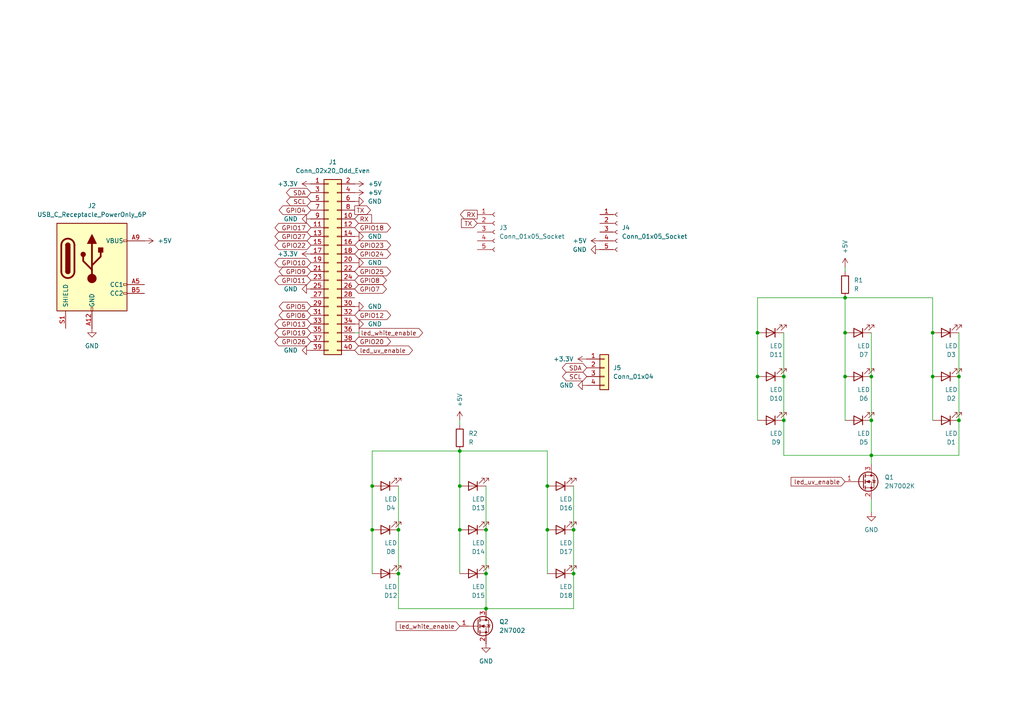
<source format=kicad_sch>
(kicad_sch (version 20231120) (generator "eeschema") (generator_version "8.0")
  (paper "A4")
  (lib_symbols
    (symbol "Connector:Conn_01x05_Socket" (pin_names (offset 1.016) hide)
      (property "Reference" "J" (at 0 7.62 0))
      (property "Value" "Conn_01x05_Socket" (at 0 -7.62 0))
      (symbol "Conn_01x05_Socket_1_1"
        (arc (start 0 -4.572) (mid -0.5058 -5.08) (end 0 -5.588) (stroke (width 0.1524)))
        (arc (start 0 -2.032) (mid -0.5058 -2.54) (end 0 -3.048) (stroke (width 0.1524)))
        (polyline (pts (xy -1.27 -5.08) (xy -0.508 -5.08)) (stroke (width 0.1524)))
        (polyline (pts (xy -1.27 -2.54) (xy -0.508 -2.54)) (stroke (width 0.1524)))
        (polyline (pts (xy -1.27 0) (xy -0.508 0)) (stroke (width 0.1524)))
        (polyline (pts (xy -1.27 2.54) (xy -0.508 2.54)) (stroke (width 0.1524)))
        (polyline (pts (xy -1.27 5.08) (xy -0.508 5.08)) (stroke (width 0.1524)))
        (arc (start 0 0.508) (mid -0.5058 0) (end 0 -0.508) (stroke (width 0.1524)))
        (arc (start 0 3.048) (mid -0.5058 2.54) (end 0 2.032) (stroke (width 0.1524)))
        (arc (start 0 5.588) (mid -0.5058 5.08) (end 0 4.572) (stroke (width 0.1524)))
        (pin passive line (at -5.08 5.08 0) (length 3.81) (name "Pin_1") (number "1"))
        (pin passive line (at -5.08 2.54 0) (length 3.81) (name "Pin_2") (number "2"))
        (pin passive line (at -5.08 0 0) (length 3.81) (name "Pin_3") (number "3"))
        (pin passive line (at -5.08 -2.54 0) (length 3.81) (name "Pin_4") (number "4"))
        (pin passive line (at -5.08 -5.08 0) (length 3.81) (name "Pin_5") (number "5"))
      )
    )
    (symbol "Connector:USB_C_Receptacle_PowerOnly_6P" (pin_names (offset 1.016))
      (property "Reference" "J" (at 0 16.51 0))
      (property "Value" "USB_C_Receptacle_PowerOnly_6P" (at 0 13.97 0))
      (symbol "USB_C_Receptacle_PowerOnly_6P_0_0"
        (rectangle (start -0.254 -12.7) (end 0.254 -11.684))
        (rectangle (start 10.16 -7.366) (end 9.144 -7.874))
        (rectangle (start 10.16 -4.826) (end 9.144 -5.334))
        (rectangle (start 10.16 7.874) (end 9.144 7.366))
      )
      (symbol "USB_C_Receptacle_PowerOnly_6P_0_1"
        (rectangle (start -10.16 12.7) (end 10.16 -12.7) (stroke (width 0.254)) (fill (type background)))
        (arc (start -8.89 -1.27) (mid -6.985 -3.1667) (end -5.08 -1.27) (stroke (width 0.508)))
        (arc (start -7.62 -1.27) (mid -6.985 -1.9023) (end -6.35 -1.27) (stroke (width 0.254)))
        (arc (start -7.62 -1.27) (mid -6.985 -1.9023) (end -6.35 -1.27) (stroke (width 0.254)) (fill (type outline)))
        (rectangle (start -7.62 -1.27) (end -6.35 6.35) (stroke (width 0.254)) (fill (type outline)))
        (arc (start -6.35 6.35) (mid -6.985 6.9823) (end -7.62 6.35) (stroke (width 0.254)))
        (arc (start -6.35 6.35) (mid -6.985 6.9823) (end -7.62 6.35) (stroke (width 0.254)) (fill (type outline)))
        (arc (start -5.08 6.35) (mid -6.985 8.2467) (end -8.89 6.35) (stroke (width 0.508)))
        (circle (center -2.54 3.683) (radius 0.635) (stroke (width 0.254)) (fill (type outline)))
        (circle (center 0 -3.302) (radius 1.27) (fill (type outline)))
        (polyline (pts (xy -8.89 -1.27) (xy -8.89 6.35)) (stroke (width 0.508)))
        (polyline (pts (xy -5.08 6.35) (xy -5.08 -1.27)) (stroke (width 0.508)))
        (polyline (pts (xy 0 -3.302) (xy 0 6.858)) (stroke (width 0.508)))
        (polyline (pts (xy 0 -0.762) (xy -2.54 1.778) (xy -2.54 3.048)) (stroke (width 0.508)))
        (polyline (pts (xy 0 0.508) (xy 2.54 3.048) (xy 2.54 4.318)) (stroke (width 0.508)))
        (polyline (pts (xy -1.27 6.858) (xy 0 9.398) (xy 1.27 6.858) (xy -1.27 6.858)) (stroke (width 0.254)) (fill (type outline)))
        (rectangle (start 1.905 4.318) (end 3.175 5.588) (stroke (width 0.254)) (fill (type outline)))
      )
      (symbol "USB_C_Receptacle_PowerOnly_6P_1_1"
        (pin passive line (at 0 -17.78 90) (length 5.08) (name "GND") (number "A12"))
        (pin bidirectional line (at 15.24 -5.08 180) (length 5.08) (name "CC1") (number "A5"))
        (pin passive line (at 15.24 7.62 180) (length 5.08) (name "VBUS") (number "A9"))
        (pin passive line (at 0 -17.78 90) (length 5.08) hide (name "GND") (number "B12"))
        (pin bidirectional line (at 15.24 -7.62 180) (length 5.08) (name "CC2") (number "B5"))
        (pin passive line (at 15.24 7.62 180) (length 5.08) hide (name "VBUS") (number "B9"))
        (pin passive line (at -7.62 -17.78 90) (length 5.08) (name "SHIELD") (number "S1"))
      )
    )
    (symbol "Connector_Generic:Conn_01x04" (pin_names (offset 1.016) hide)
      (property "Reference" "J" (at 0 5.08 0))
      (property "Value" "Conn_01x04" (at 0 -7.62 0))
      (symbol "Conn_01x04_1_1"
        (rectangle (start -1.27 -4.953) (end 0 -5.207) (stroke (width 0.1524)))
        (rectangle (start -1.27 -2.413) (end 0 -2.667) (stroke (width 0.1524)))
        (rectangle (start -1.27 0.127) (end 0 -0.127) (stroke (width 0.1524)))
        (rectangle (start -1.27 2.667) (end 0 2.413) (stroke (width 0.1524)))
        (rectangle (start -1.27 3.81) (end 1.27 -6.35) (stroke (width 0.254)) (fill (type background)))
        (pin passive line (at -5.08 2.54 0) (length 3.81) (name "Pin_1") (number "1"))
        (pin passive line (at -5.08 0 0) (length 3.81) (name "Pin_2") (number "2"))
        (pin passive line (at -5.08 -2.54 0) (length 3.81) (name "Pin_3") (number "3"))
        (pin passive line (at -5.08 -5.08 0) (length 3.81) (name "Pin_4") (number "4"))
      )
    )
    (symbol "Connector_Generic:Conn_02x20_Odd_Even" (pin_names (offset 1.016) hide)
      (property "Reference" "J" (at 1.27 25.4 0))
      (property "Value" "Conn_02x20_Odd_Even" (at 1.27 -27.94 0))
      (symbol "Conn_02x20_Odd_Even_1_1"
        (rectangle (start -1.27 -25.273) (end 0 -25.527) (stroke (width 0.1524)))
        (rectangle (start -1.27 -22.733) (end 0 -22.987) (stroke (width 0.1524)))
        (rectangle (start -1.27 -20.193) (end 0 -20.447) (stroke (width 0.1524)))
        (rectangle (start -1.27 -17.653) (end 0 -17.907) (stroke (width 0.1524)))
        (rectangle (start -1.27 -15.113) (end 0 -15.367) (stroke (width 0.1524)))
        (rectangle (start -1.27 -12.573) (end 0 -12.827) (stroke (width 0.1524)))
        (rectangle (start -1.27 -10.033) (end 0 -10.287) (stroke (width 0.1524)))
        (rectangle (start -1.27 -7.493) (end 0 -7.747) (stroke (width 0.1524)))
        (rectangle (start -1.27 -4.953) (end 0 -5.207) (stroke (width 0.1524)))
        (rectangle (start -1.27 -2.413) (end 0 -2.667) (stroke (width 0.1524)))
        (rectangle (start -1.27 0.127) (end 0 -0.127) (stroke (width 0.1524)))
        (rectangle (start -1.27 2.667) (end 0 2.413) (stroke (width 0.1524)))
        (rectangle (start -1.27 5.207) (end 0 4.953) (stroke (width 0.1524)))
        (rectangle (start -1.27 7.747) (end 0 7.493) (stroke (width 0.1524)))
        (rectangle (start -1.27 10.287) (end 0 10.033) (stroke (width 0.1524)))
        (rectangle (start -1.27 12.827) (end 0 12.573) (stroke (width 0.1524)))
        (rectangle (start -1.27 15.367) (end 0 15.113) (stroke (width 0.1524)))
        (rectangle (start -1.27 17.907) (end 0 17.653) (stroke (width 0.1524)))
        (rectangle (start -1.27 20.447) (end 0 20.193) (stroke (width 0.1524)))
        (rectangle (start -1.27 22.987) (end 0 22.733) (stroke (width 0.1524)))
        (rectangle (start -1.27 24.13) (end 3.81 -26.67) (stroke (width 0.254)) (fill (type background)))
        (rectangle (start 3.81 -25.273) (end 2.54 -25.527) (stroke (width 0.1524)))
        (rectangle (start 3.81 -22.733) (end 2.54 -22.987) (stroke (width 0.1524)))
        (rectangle (start 3.81 -20.193) (end 2.54 -20.447) (stroke (width 0.1524)))
        (rectangle (start 3.81 -17.653) (end 2.54 -17.907) (stroke (width 0.1524)))
        (rectangle (start 3.81 -15.113) (end 2.54 -15.367) (stroke (width 0.1524)))
        (rectangle (start 3.81 -12.573) (end 2.54 -12.827) (stroke (width 0.1524)))
        (rectangle (start 3.81 -10.033) (end 2.54 -10.287) (stroke (width 0.1524)))
        (rectangle (start 3.81 -7.493) (end 2.54 -7.747) (stroke (width 0.1524)))
        (rectangle (start 3.81 -4.953) (end 2.54 -5.207) (stroke (width 0.1524)))
        (rectangle (start 3.81 -2.413) (end 2.54 -2.667) (stroke (width 0.1524)))
        (rectangle (start 3.81 0.127) (end 2.54 -0.127) (stroke (width 0.1524)))
        (rectangle (start 3.81 2.667) (end 2.54 2.413) (stroke (width 0.1524)))
        (rectangle (start 3.81 5.207) (end 2.54 4.953) (stroke (width 0.1524)))
        (rectangle (start 3.81 7.747) (end 2.54 7.493) (stroke (width 0.1524)))
        (rectangle (start 3.81 10.287) (end 2.54 10.033) (stroke (width 0.1524)))
        (rectangle (start 3.81 12.827) (end 2.54 12.573) (stroke (width 0.1524)))
        (rectangle (start 3.81 15.367) (end 2.54 15.113) (stroke (width 0.1524)))
        (rectangle (start 3.81 17.907) (end 2.54 17.653) (stroke (width 0.1524)))
        (rectangle (start 3.81 20.447) (end 2.54 20.193) (stroke (width 0.1524)))
        (rectangle (start 3.81 22.987) (end 2.54 22.733) (stroke (width 0.1524)))
        (pin passive line (at -5.08 22.86 0) (length 3.81) (name "Pin_1") (number "1"))
        (pin passive line (at 7.62 12.7 180) (length 3.81) (name "Pin_10") (number "10"))
        (pin passive line (at -5.08 10.16 0) (length 3.81) (name "Pin_11") (number "11"))
        (pin passive line (at 7.62 10.16 180) (length 3.81) (name "Pin_12") (number "12"))
        (pin passive line (at -5.08 7.62 0) (length 3.81) (name "Pin_13") (number "13"))
        (pin passive line (at 7.62 7.62 180) (length 3.81) (name "Pin_14") (number "14"))
        (pin passive line (at -5.08 5.08 0) (length 3.81) (name "Pin_15") (number "15"))
        (pin passive line (at 7.62 5.08 180) (length 3.81) (name "Pin_16") (number "16"))
        (pin passive line (at -5.08 2.54 0) (length 3.81) (name "Pin_17") (number "17"))
        (pin passive line (at 7.62 2.54 180) (length 3.81) (name "Pin_18") (number "18"))
        (pin passive line (at -5.08 0 0) (length 3.81) (name "Pin_19") (number "19"))
        (pin passive line (at 7.62 22.86 180) (length 3.81) (name "Pin_2") (number "2"))
        (pin passive line (at 7.62 0 180) (length 3.81) (name "Pin_20") (number "20"))
        (pin passive line (at -5.08 -2.54 0) (length 3.81) (name "Pin_21") (number "21"))
        (pin passive line (at 7.62 -2.54 180) (length 3.81) (name "Pin_22") (number "22"))
        (pin passive line (at -5.08 -5.08 0) (length 3.81) (name "Pin_23") (number "23"))
        (pin passive line (at 7.62 -5.08 180) (length 3.81) (name "Pin_24") (number "24"))
        (pin passive line (at -5.08 -7.62 0) (length 3.81) (name "Pin_25") (number "25"))
        (pin passive line (at 7.62 -7.62 180) (length 3.81) (name "Pin_26") (number "26"))
        (pin passive line (at -5.08 -10.16 0) (length 3.81) (name "Pin_27") (number "27"))
        (pin passive line (at 7.62 -10.16 180) (length 3.81) (name "Pin_28") (number "28"))
        (pin passive line (at -5.08 -12.7 0) (length 3.81) (name "Pin_29") (number "29"))
        (pin passive line (at -5.08 20.32 0) (length 3.81) (name "Pin_3") (number "3"))
        (pin passive line (at 7.62 -12.7 180) (length 3.81) (name "Pin_30") (number "30"))
        (pin passive line (at -5.08 -15.24 0) (length 3.81) (name "Pin_31") (number "31"))
        (pin passive line (at 7.62 -15.24 180) (length 3.81) (name "Pin_32") (number "32"))
        (pin passive line (at -5.08 -17.78 0) (length 3.81) (name "Pin_33") (number "33"))
        (pin passive line (at 7.62 -17.78 180) (length 3.81) (name "Pin_34") (number "34"))
        (pin passive line (at -5.08 -20.32 0) (length 3.81) (name "Pin_35") (number "35"))
        (pin passive line (at 7.62 -20.32 180) (length 3.81) (name "Pin_36") (number "36"))
        (pin passive line (at -5.08 -22.86 0) (length 3.81) (name "Pin_37") (number "37"))
        (pin passive line (at 7.62 -22.86 180) (length 3.81) (name "Pin_38") (number "38"))
        (pin passive line (at -5.08 -25.4 0) (length 3.81) (name "Pin_39") (number "39"))
        (pin passive line (at 7.62 20.32 180) (length 3.81) (name "Pin_4") (number "4"))
        (pin passive line (at 7.62 -25.4 180) (length 3.81) (name "Pin_40") (number "40"))
        (pin passive line (at -5.08 17.78 0) (length 3.81) (name "Pin_5") (number "5"))
        (pin passive line (at 7.62 17.78 180) (length 3.81) (name "Pin_6") (number "6"))
        (pin passive line (at -5.08 15.24 0) (length 3.81) (name "Pin_7") (number "7"))
        (pin passive line (at 7.62 15.24 180) (length 3.81) (name "Pin_8") (number "8"))
        (pin passive line (at -5.08 12.7 0) (length 3.81) (name "Pin_9") (number "9"))
      )
    )
    (symbol "Device:LED" (pin_numbers hide) (pin_names (offset 1.016) hide)
      (property "Reference" "D" (at 0 2.54 0))
      (property "Value" "LED" (at 0 -2.54 0))
      (symbol "LED_0_1"
        (polyline (pts (xy -1.27 -1.27) (xy -1.27 1.27)) (stroke (width 0.254)))
        (polyline (pts (xy -1.27 0) (xy 1.27 0)))
        (polyline (pts (xy 1.27 -1.27) (xy 1.27 1.27) (xy -1.27 0) (xy 1.27 -1.27)) (stroke (width 0.254)))
        (polyline (pts (xy -3.048 -0.762) (xy -4.572 -2.286) (xy -3.81 -2.286) (xy -4.572 -2.286) (xy -4.572 -1.524)))
        (polyline (pts (xy -1.778 -0.762) (xy -3.302 -2.286) (xy -2.54 -2.286) (xy -3.302 -2.286) (xy -3.302 -1.524)))
      )
      (symbol "LED_1_1"
        (pin passive line (at -3.81 0 0) (length 2.54) (name "K") (number "1"))
        (pin passive line (at 3.81 0 180) (length 2.54) (name "A") (number "2"))
      )
    )
    (symbol "Device:R" (pin_numbers hide) (pin_names (offset 0))
      (property "Reference" "R" (at 2.032 0 90))
      (property "Value" "R" (at 0 0 90))
      (symbol "R_0_1"
        (rectangle (start -1.016 -2.54) (end 1.016 2.54) (stroke (width 0.254)))
      )
      (symbol "R_1_1"
        (pin passive line (at 0 3.81 270) (length 1.27) (name "~") (number "1"))
        (pin passive line (at 0 -3.81 90) (length 1.27) (name "~") (number "2"))
      )
    )
    (symbol "Transistor_FET:2N7002" (pin_names hide)
      (property "Reference" "Q" (at 5.08 1.905 0))
      (property "Value" "2N7002" (at 5.08 0 0))
      (symbol "2N7002_0_1"
        (polyline (pts (xy 0.254 0) (xy -2.54 0)))
        (polyline (pts (xy 0.254 1.905) (xy 0.254 -1.905)) (stroke (width 0.254)))
        (polyline (pts (xy 0.762 -1.27) (xy 0.762 -2.286)) (stroke (width 0.254)))
        (polyline (pts (xy 0.762 0.508) (xy 0.762 -0.508)) (stroke (width 0.254)))
        (polyline (pts (xy 0.762 2.286) (xy 0.762 1.27)) (stroke (width 0.254)))
        (polyline (pts (xy 2.54 2.54) (xy 2.54 1.778)))
        (polyline (pts (xy 2.54 -2.54) (xy 2.54 0) (xy 0.762 0)))
        (polyline (pts (xy 0.762 -1.778) (xy 3.302 -1.778) (xy 3.302 1.778) (xy 0.762 1.778)))
        (polyline (pts (xy 1.016 0) (xy 2.032 0.381) (xy 2.032 -0.381) (xy 1.016 0)) (fill (type outline)))
        (polyline (pts (xy 2.794 0.508) (xy 2.921 0.381) (xy 3.683 0.381) (xy 3.81 0.254)))
        (polyline (pts (xy 3.302 0.381) (xy 2.921 -0.254) (xy 3.683 -0.254) (xy 3.302 0.381)))
        (circle (center 1.651 0) (radius 2.794) (stroke (width 0.254)))
        (circle (center 2.54 -1.778) (radius 0.254) (fill (type outline)))
        (circle (center 2.54 1.778) (radius 0.254) (fill (type outline)))
      )
      (symbol "2N7002_1_1"
        (pin input line (at -5.08 0 0) (length 2.54) (name "G") (number "1"))
        (pin passive line (at 2.54 -5.08 90) (length 2.54) (name "S") (number "2"))
        (pin passive line (at 2.54 5.08 270) (length 2.54) (name "D") (number "3"))
      )
    )
    (symbol "Transistor_FET:2N7002K" (pin_names hide)
      (property "Reference" "Q" (at 5.08 1.905 0))
      (property "Value" "2N7002K" (at 5.08 0 0))
      (symbol "2N7002K_0_1"
        (polyline (pts (xy 0.254 0) (xy -2.54 0)))
        (polyline (pts (xy 0.254 1.905) (xy 0.254 -1.905)) (stroke (width 0.254)))
        (polyline (pts (xy 0.762 -1.27) (xy 0.762 -2.286)) (stroke (width 0.254)))
        (polyline (pts (xy 0.762 0.508) (xy 0.762 -0.508)) (stroke (width 0.254)))
        (polyline (pts (xy 0.762 2.286) (xy 0.762 1.27)) (stroke (width 0.254)))
        (polyline (pts (xy 2.54 2.54) (xy 2.54 1.778)))
        (polyline (pts (xy 2.54 -2.54) (xy 2.54 0) (xy 0.762 0)))
        (polyline (pts (xy 0.762 -1.778) (xy 3.302 -1.778) (xy 3.302 1.778) (xy 0.762 1.778)))
        (polyline (pts (xy 1.016 0) (xy 2.032 0.381) (xy 2.032 -0.381) (xy 1.016 0)) (fill (type outline)))
        (polyline (pts (xy 2.794 0.508) (xy 2.921 0.381) (xy 3.683 0.381) (xy 3.81 0.254)))
        (polyline (pts (xy 3.302 0.381) (xy 2.921 -0.254) (xy 3.683 -0.254) (xy 3.302 0.381)))
        (circle (center 1.651 0) (radius 2.794) (stroke (width 0.254)))
        (circle (center 2.54 -1.778) (radius 0.254) (fill (type outline)))
        (circle (center 2.54 1.778) (radius 0.254) (fill (type outline)))
      )
      (symbol "2N7002K_1_1"
        (pin input line (at -5.08 0 0) (length 2.54) (name "G") (number "1"))
        (pin passive line (at 2.54 -5.08 90) (length 2.54) (name "S") (number "2"))
        (pin passive line (at 2.54 5.08 270) (length 2.54) (name "D") (number "3"))
      )
    )
    (symbol "power:+3.3V" (power) (pin_numbers hide) (pin_names (offset 0) hide)
      (property "Value" "+3.3V" (at 0 3.556 0))
      (symbol "+3.3V_0_1"
        (polyline (pts (xy -0.762 1.27) (xy 0 2.54)))
        (polyline (pts (xy 0 0) (xy 0 2.54)))
        (polyline (pts (xy 0 2.54) (xy 0.762 1.27)))
      )
      (symbol "+3.3V_1_1"
        (pin power_in line (at 0 0 90) (length 0) (name "~") (number "1"))
      )
    )
    (symbol "power:+5V" (power) (pin_numbers hide) (pin_names (offset 0) hide)
      (property "Value" "+5V" (at 0 3.556 0))
      (symbol "+5V_0_1"
        (polyline (pts (xy -0.762 1.27) (xy 0 2.54)))
        (polyline (pts (xy 0 0) (xy 0 2.54)))
        (polyline (pts (xy 0 2.54) (xy 0.762 1.27)))
      )
      (symbol "+5V_1_1"
        (pin power_in line (at 0 0 90) (length 0) (name "~") (number "1"))
      )
    )
    (symbol "power:GND" (power) (pin_numbers hide) (pin_names (offset 0) hide)
      (property "Value" "GND" (at 0 -3.81 0))
      (symbol "GND_0_1"
        (polyline (pts (xy 0 0) (xy 0 -1.27) (xy 1.27 -1.27) (xy 0 -2.54) (xy -1.27 -1.27) (xy 0 -1.27)))
      )
      (symbol "GND_1_1"
        (pin power_in line (at 0 0 270) (length 0) (name "~") (number "1"))
      )
    )
  )
  (junction (at 219.71 96.52))
  (junction (at 140.97 153.67))
  (junction (at 166.37 153.67))
  (junction (at 158.75 140.97))
  (junction (at 245.11 86.36))
  (junction (at 252.73 109.22))
  (junction (at 107.95 140.97))
  (junction (at 270.51 109.22))
  (junction (at 252.73 121.92))
  (junction (at 166.37 166.37))
  (junction (at 278.13 109.22))
  (junction (at 115.57 166.37))
  (junction (at 133.35 153.67))
  (junction (at 270.51 96.52))
  (junction (at 115.57 153.67))
  (junction (at 245.11 96.52))
  (junction (at 219.71 109.22))
  (junction (at 133.35 140.97))
  (junction (at 140.97 166.37))
  (junction (at 227.33 121.92))
  (junction (at 245.11 109.22))
  (junction (at 133.35 130.81))
  (junction (at 140.97 176.53))
  (junction (at 252.73 132.08))
  (junction (at 158.75 153.67))
  (junction (at 278.13 121.92))
  (junction (at 107.95 153.67))
  (junction (at 227.33 109.22))
  (wire (pts (xy 245.11 96.52) (xy 245.11 109.22)))
  (wire (pts (xy 158.75 130.81) (xy 158.75 140.97)))
  (wire (pts (xy 278.13 96.52) (xy 278.13 109.22)))
  (wire (pts (xy 219.71 96.52) (xy 219.71 109.22)))
  (wire (pts (xy 140.97 153.67) (xy 140.97 166.37)))
  (wire (pts (xy 219.71 109.22) (xy 219.71 121.92)))
  (wire (pts (xy 133.35 130.81) (xy 158.75 130.81)))
  (wire (pts (xy 270.51 86.36) (xy 270.51 96.52)))
  (wire (pts (xy 252.73 148.59) (xy 252.73 144.78)))
  (wire (pts (xy 245.11 109.22) (xy 245.11 121.92)))
  (wire (pts (xy 227.33 109.22) (xy 227.33 121.92)))
  (wire (pts (xy 270.51 96.52) (xy 270.51 109.22)))
  (wire (pts (xy 133.35 121.92) (xy 133.35 123.19)))
  (wire (pts (xy 245.11 86.36) (xy 245.11 96.52)))
  (wire (pts (xy 140.97 140.97) (xy 140.97 153.67)))
  (wire (pts (xy 166.37 166.37) (xy 166.37 176.53)))
  (wire (pts (xy 158.75 153.67) (xy 158.75 166.37)))
  (wire (pts (xy 166.37 153.67) (xy 166.37 166.37)))
  (wire (pts (xy 219.71 86.36) (xy 245.11 86.36)))
  (wire (pts (xy 107.95 130.81) (xy 133.35 130.81)))
  (wire (pts (xy 133.35 140.97) (xy 133.35 153.67)))
  (wire (pts (xy 252.73 121.92) (xy 252.73 132.08)))
  (wire (pts (xy 252.73 109.22) (xy 252.73 121.92)))
  (wire (pts (xy 115.57 153.67) (xy 115.57 166.37)))
  (wire (pts (xy 252.73 132.08) (xy 278.13 132.08)))
  (wire (pts (xy 115.57 176.53) (xy 140.97 176.53)))
  (wire (pts (xy 252.73 132.08) (xy 252.73 134.62)))
  (wire (pts (xy 245.11 77.47) (xy 245.11 78.74)))
  (wire (pts (xy 133.35 130.81) (xy 133.35 140.97)))
  (wire (pts (xy 107.95 153.67) (xy 107.95 166.37)))
  (wire (pts (xy 245.11 86.36) (xy 270.51 86.36)))
  (wire (pts (xy 252.73 96.52) (xy 252.73 109.22)))
  (wire (pts (xy 219.71 96.52) (xy 219.71 86.36)))
  (wire (pts (xy 166.37 140.97) (xy 166.37 153.67)))
  (wire (pts (xy 115.57 166.37) (xy 115.57 176.53)))
  (wire (pts (xy 227.33 132.08) (xy 252.73 132.08)))
  (wire (pts (xy 227.33 121.92) (xy 227.33 132.08)))
  (wire (pts (xy 133.35 153.67) (xy 133.35 166.37)))
  (wire (pts (xy 158.75 140.97) (xy 158.75 153.67)))
  (wire (pts (xy 107.95 140.97) (xy 107.95 130.81)))
  (wire (pts (xy 270.51 109.22) (xy 270.51 121.92)))
  (wire (pts (xy 278.13 109.22) (xy 278.13 121.92)))
  (wire (pts (xy 104.14 96.52) (xy 102.87 96.52)))
  (wire (pts (xy 115.57 140.97) (xy 115.57 153.67)))
  (wire (pts (xy 278.13 121.92) (xy 278.13 132.08)))
  (wire (pts (xy 140.97 166.37) (xy 140.97 176.53)))
  (wire (pts (xy 140.97 176.53) (xy 166.37 176.53)))
  (wire (pts (xy 107.95 140.97) (xy 107.95 153.67)))
  (wire (pts (xy 227.33 96.52) (xy 227.33 109.22)))
  (global_label "GPIO19" (shape bidirectional) (at 90.17 96.52 180) (property "Intersheetrefs" "${INTERSHEET_REFS}" (effects (hide yes))))
  (global_label "GPIO25" (shape bidirectional) (at 102.87 78.74 0) (property "Intersheetrefs" "${INTERSHEET_REFS}" (effects (hide yes))))
  (global_label "GPIO7" (shape bidirectional) (at 102.87 83.82 0) (property "Intersheetrefs" "${INTERSHEET_REFS}" (effects (hide yes))))
  (global_label "GPIO8" (shape bidirectional) (at 102.87 81.28 0) (property "Intersheetrefs" "${INTERSHEET_REFS}" (effects (hide yes))))
  (global_label "GPIO26" (shape bidirectional) (at 90.17 99.06 180) (property "Intersheetrefs" "${INTERSHEET_REFS}" (effects (hide yes))))
  (global_label "GPIO5" (shape bidirectional) (at 90.17 88.9 180) (property "Intersheetrefs" "${INTERSHEET_REFS}" (effects (hide yes))))
  (global_label "led_white_enable" (shape input) (at 133.35 181.61 180) (property "Intersheetrefs" "${INTERSHEET_REFS}" (effects (hide yes))))
  (global_label "SDA" (shape bidirectional) (at 170.18 106.68 180) (property "Intersheetrefs" "${INTERSHEET_REFS}" (effects (hide yes))))
  (global_label "GPIO17" (shape bidirectional) (at 90.17 66.04 180) (property "Intersheetrefs" "${INTERSHEET_REFS}" (effects (hide yes))))
  (global_label "SDA" (shape bidirectional) (at 90.17 55.88 180) (property "Intersheetrefs" "${INTERSHEET_REFS}" (effects (hide yes))))
  (global_label "TX" (shape output) (at 102.87 60.96 0) (property "Intersheetrefs" "${INTERSHEET_REFS}" (effects (hide yes))))
  (global_label "GPIO12" (shape bidirectional) (at 102.87 91.44 0) (property "Intersheetrefs" "${INTERSHEET_REFS}" (effects (hide yes))))
  (global_label "SCL" (shape bidirectional) (at 90.17 58.42 180) (property "Intersheetrefs" "${INTERSHEET_REFS}" (effects (hide yes))))
  (global_label "led_uv_enable" (shape bidirectional) (at 102.87 101.6 0) (property "Intersheetrefs" "${INTERSHEET_REFS}" (effects (hide yes))))
  (global_label "GPIO18" (shape bidirectional) (at 102.87 66.04 0) (property "Intersheetrefs" "${INTERSHEET_REFS}" (effects (hide yes))))
  (global_label "GPIO4" (shape bidirectional) (at 90.17 60.96 180) (property "Intersheetrefs" "${INTERSHEET_REFS}" (effects (hide yes))))
  (global_label "GPIO27" (shape bidirectional) (at 90.17 68.58 180) (property "Intersheetrefs" "${INTERSHEET_REFS}" (effects (hide yes))))
  (global_label "led_white_enable" (shape output) (at 104.14 96.52 0) (property "Intersheetrefs" "${INTERSHEET_REFS}" (effects (hide yes))))
  (global_label "RX" (shape input) (at 102.87 63.5 0) (property "Intersheetrefs" "${INTERSHEET_REFS}" (effects (hide yes))))
  (global_label "GPIO11" (shape bidirectional) (at 90.17 81.28 180) (property "Intersheetrefs" "${INTERSHEET_REFS}" (effects (hide yes))))
  (global_label "GPIO9" (shape bidirectional) (at 90.17 78.74 180) (property "Intersheetrefs" "${INTERSHEET_REFS}" (effects (hide yes))))
  (global_label "GPIO10" (shape bidirectional) (at 90.17 76.2 180) (property "Intersheetrefs" "${INTERSHEET_REFS}" (effects (hide yes))))
  (global_label "GPIO20" (shape bidirectional) (at 102.87 99.06 0) (property "Intersheetrefs" "${INTERSHEET_REFS}" (effects (hide yes))))
  (global_label "RX" (shape output) (at 138.43 62.23 180) (property "Intersheetrefs" "${INTERSHEET_REFS}" (effects (hide yes))))
  (global_label "SCL" (shape bidirectional) (at 170.18 109.22 180) (property "Intersheetrefs" "${INTERSHEET_REFS}" (effects (hide yes))))
  (global_label "TX" (shape input) (at 138.43 64.77 180) (property "Intersheetrefs" "${INTERSHEET_REFS}" (effects (hide yes))))
  (global_label "GPIO13" (shape bidirectional) (at 90.17 93.98 180) (property "Intersheetrefs" "${INTERSHEET_REFS}" (effects (hide yes))))
  (global_label "GPIO6" (shape bidirectional) (at 90.17 91.44 180) (property "Intersheetrefs" "${INTERSHEET_REFS}" (effects (hide yes))))
  (global_label "GPIO22" (shape bidirectional) (at 90.17 71.12 180) (property "Intersheetrefs" "${INTERSHEET_REFS}" (effects (hide yes))))
  (global_label "led_uv_enable" (shape input) (at 245.11 139.7 180) (property "Intersheetrefs" "${INTERSHEET_REFS}" (effects (hide yes))))
  (global_label "GPIO24" (shape bidirectional) (at 102.87 73.66 0) (property "Intersheetrefs" "${INTERSHEET_REFS}" (effects (hide yes))))
  (global_label "GPIO23" (shape bidirectional) (at 102.87 71.12 0) (property "Intersheetrefs" "${INTERSHEET_REFS}" (effects (hide yes))))
  (symbol (lib_id "Device:LED") (at 223.52 109.22 180) (unit 1)
    (property "Reference" "D10" (at 225.1075 115.57 0))
    (property "Value" "LED" (at 225.1075 113.03 0))
    (property "Description" "Light emitting diode" (effects (hide yes)))
  )
  (symbol (lib_id "Device:LED") (at 223.52 96.52 180) (unit 1)
    (property "Reference" "D11" (at 225.1075 102.87 0))
    (property "Value" "LED" (at 225.1075 100.33 0))
    (property "Description" "Light emitting diode" (effects (hide yes)))
  )
  (symbol (lib_id "power:GND") (at 102.87 58.42 90) (unit 1)
    (property "Reference" "#PWR01" (effects (hide yes)))
    (property "Value" "GND" (at 106.68 58.4199 90) (effects (justify right)))
    (property "Description" "Power symbol creates a global label with name \"GND\" , ground" (effects (hide yes)))
  )
  (symbol (lib_id "power:+3.3V") (at 170.18 104.14 90) (unit 1)
    (property "Reference" "#PWR021" (effects (hide yes)))
    (property "Value" "+3.3V" (at 166.37 104.1399 90) (effects (justify left)))
    (property "Description" "Power symbol creates a global label with name \"+3.3V\"" (effects (hide yes)))
  )
  (symbol (lib_id "power:GND") (at 102.87 93.98 90) (unit 1)
    (property "Reference" "#PWR011" (effects (hide yes)))
    (property "Value" "GND" (at 106.68 93.9799 90) (effects (justify right)))
    (property "Description" "Power symbol creates a global label with name \"GND\" , ground" (effects (hide yes)))
  )
  (symbol (lib_id "Device:R") (at 133.35 127 0) (unit 1)
    (property "Reference" "R2" (at 135.89 125.7299 0) (effects (justify left)))
    (property "Value" "R" (at 135.89 128.2699 0) (effects (justify left)))
    (property "Description" "Resistor" (effects (hide yes)))
  )
  (symbol (lib_id "Device:LED") (at 274.32 121.92 180) (unit 1)
    (property "Reference" "D1" (at 275.9075 128.27 0))
    (property "Value" "LED" (at 275.9075 125.73 0))
    (property "Description" "Light emitting diode" (effects (hide yes)))
  )
  (symbol (lib_id "Device:LED") (at 137.16 153.67 180) (unit 1)
    (property "Reference" "D14" (at 138.7475 160.02 0))
    (property "Value" "LED" (at 138.7475 157.48 0))
    (property "Description" "Light emitting diode" (effects (hide yes)))
  )
  (symbol (lib_id "power:GND") (at 102.87 68.58 90) (unit 1)
    (property "Reference" "#PWR07" (effects (hide yes)))
    (property "Value" "GND" (at 106.68 68.5799 90) (effects (justify right)))
    (property "Description" "Power symbol creates a global label with name \"GND\" , ground" (effects (hide yes)))
  )
  (symbol (lib_id "Connector:Conn_01x05_Socket") (at 179.07 67.31 0) (unit 1)
    (property "Reference" "J4" (at 180.34 66.0399 0) (effects (justify left)))
    (property "Value" "Conn_01x05_Socket" (at 180.34 68.5799 0) (effects (justify left)))
    (property "Description" "Generic connector, single row, 01x05, script generated" (effects (hide yes)))
  )
  (symbol (lib_id "power:GND") (at 90.17 83.82 270) (unit 1)
    (property "Reference" "#PWR013" (effects (hide yes)))
    (property "Value" "GND" (at 86.36 83.8199 90) (effects (justify right)))
    (property "Description" "Power symbol creates a global label with name \"GND\" , ground" (effects (hide yes)))
  )
  (symbol (lib_id "Transistor_FET:2N7002K") (at 250.19 139.7 0) (unit 1)
    (property "Reference" "Q1" (at 256.54 138.4299 0) (effects (justify left)))
    (property "Value" "2N7002K" (at 256.54 140.9699 0) (effects (justify left)))
    (property "Footprint" "Package_TO_SOT_SMD:SOT-23" (effects (hide yes)))
    (property "Datasheet" "https://www.diodes.com/assets/Datasheets/ds30896.pdf" (effects (hide yes)))
    (property "Description" "0.38A Id, 60V Vds, N-Channel MOSFET, SOT-23" (effects (hide yes)))
  )
  (symbol (lib_id "Device:LED") (at 248.92 96.52 180) (unit 1)
    (property "Reference" "D7" (at 250.5075 102.87 0))
    (property "Value" "LED" (at 250.5075 100.33 0))
    (property "Description" "Light emitting diode" (effects (hide yes)))
  )
  (symbol (lib_id "power:+5V") (at 102.87 53.34 270) (unit 1)
    (property "Reference" "#PWR09" (effects (hide yes)))
    (property "Value" "+5V" (at 106.68 53.34 90) (effects (justify left)))
    (property "Description" "Power symbol creates a global label with name \"+5V\"" (effects (hide yes)))
  )
  (symbol (lib_id "Device:LED") (at 162.56 166.37 180) (unit 1)
    (property "Reference" "D18" (at 164.1475 172.72 0))
    (property "Value" "LED" (at 164.1475 170.18 0))
    (property "Description" "Light emitting diode" (effects (hide yes)))
  )
  (symbol (lib_id "Device:LED") (at 137.16 140.97 180) (unit 1)
    (property "Reference" "D13" (at 138.7475 147.32 0))
    (property "Value" "LED" (at 138.7475 144.78 0))
    (property "Description" "Light emitting diode" (effects (hide yes)))
  )
  (symbol (lib_id "Device:LED") (at 162.56 153.67 180) (unit 1)
    (property "Reference" "D17" (at 164.1475 160.02 0))
    (property "Value" "LED" (at 164.1475 157.48 0))
    (property "Description" "Light emitting diode" (effects (hide yes)))
  )
  (symbol (lib_id "Connector:USB_C_Receptacle_PowerOnly_6P") (at 26.67 77.47 0) (unit 1)
    (property "Reference" "J2" (at 26.67 59.69 0))
    (property "Value" "USB_C_Receptacle_PowerOnly_6P" (at 26.67 62.23 0))
    (property "Datasheet" "https://www.usb.org/sites/default/files/documents/usb_type-c.zip" (effects (hide yes)))
    (property "Description" "USB Power-Only 6P Type-C Receptacle connector" (effects (hide yes)))
  )
  (symbol (lib_id "power:+3.3V") (at 90.17 53.34 90) (unit 1)
    (property "Reference" "#PWR05" (effects (hide yes)))
    (property "Value" "+3.3V" (at 86.36 53.3399 90) (effects (justify left)))
    (property "Description" "Power symbol creates a global label with name \"+3.3V\"" (effects (hide yes)))
  )
  (symbol (lib_id "Connector_Generic:Conn_02x20_Odd_Even") (at 95.25 76.2 0) (unit 1)
    (property "Reference" "J1" (at 96.52 46.99 0))
    (property "Value" "Conn_02x20_Odd_Even" (at 96.52 49.53 0))
    (property "Description" "Generic connector, double row, 02x20, odd/even pin numbering scheme (row 1 odd numbers, row 2 even numbers), script generated (kicad-library-utils/schlib/autogen/connector/)" (effects (hide yes)))
  )
  (symbol (lib_id "power:GND") (at 102.87 88.9 90) (unit 1)
    (property "Reference" "#PWR010" (effects (hide yes)))
    (property "Value" "GND" (at 106.68 88.8999 90) (effects (justify right)))
    (property "Description" "Power symbol creates a global label with name \"GND\" , ground" (effects (hide yes)))
  )
  (symbol (lib_id "Connector_Generic:Conn_01x04") (at 175.26 106.68 0) (unit 1)
    (property "Reference" "J5" (at 177.8 106.6799 0) (effects (justify left)))
    (property "Value" "Conn_01x04" (at 177.8 109.2199 0) (effects (justify left)))
    (property "Description" "Generic connector, single row, 01x04, script generated (kicad-library-utils/schlib/autogen/connector/)" (effects (hide yes)))
  )
  (symbol (lib_id "power:GND") (at 90.17 101.6 270) (unit 1)
    (property "Reference" "#PWR012" (effects (hide yes)))
    (property "Value" "GND" (at 86.36 101.5999 90) (effects (justify right)))
    (property "Description" "Power symbol creates a global label with name \"GND\" , ground" (effects (hide yes)))
  )
  (symbol (lib_id "power:GND") (at 90.17 63.5 270) (unit 1)
    (property "Reference" "#PWR014" (effects (hide yes)))
    (property "Value" "GND" (at 86.36 63.4999 90) (effects (justify right)))
    (property "Description" "Power symbol creates a global label with name \"GND\" , ground" (effects (hide yes)))
  )
  (symbol (lib_id "power:+5V") (at 133.35 121.92 0) (unit 1)
    (property "Reference" "#PWR017" (effects (hide yes)))
    (property "Value" "+5V" (at 133.35 118.11 90) (effects (justify left)))
    (property "Description" "Power symbol creates a global label with name \"+5V\"" (effects (hide yes)))
  )
  (symbol (lib_id "Transistor_FET:2N7002") (at 138.43 181.61 0) (unit 1)
    (property "Reference" "Q2" (at 144.78 180.3399 0) (effects (justify left)))
    (property "Value" "2N7002" (at 144.78 182.8799 0) (effects (justify left)))
    (property "Footprint" "Package_TO_SOT_SMD:SOT-23" (effects (hide yes)))
    (property "Datasheet" "https://www.onsemi.com/pub/Collateral/NDS7002A-D.PDF" (effects (hide yes)))
    (property "Description" "0.115A Id, 60V Vds, N-Channel MOSFET, SOT-23" (effects (hide yes)))
  )
  (symbol (lib_id "power:+3.3V") (at 90.17 73.66 90) (unit 1)
    (property "Reference" "#PWR06" (effects (hide yes)))
    (property "Value" "+3.3V" (at 86.36 73.6599 90) (effects (justify left)))
    (property "Description" "Power symbol creates a global label with name \"+3.3V\"" (effects (hide yes)))
  )
  (symbol (lib_id "Device:LED") (at 248.92 121.92 180) (unit 1)
    (property "Reference" "D5" (at 250.5075 128.27 0))
    (property "Value" "LED" (at 250.5075 125.73 0))
    (property "Description" "Light emitting diode" (effects (hide yes)))
  )
  (symbol (lib_id "power:+5V") (at 41.91 69.85 270) (unit 1)
    (property "Reference" "#PWR03" (effects (hide yes)))
    (property "Value" "+5V" (at 45.72 69.8499 90) (effects (justify left)))
    (property "Description" "Power symbol creates a global label with name \"+5V\"" (effects (hide yes)))
  )
  (symbol (lib_id "Device:LED") (at 162.56 140.97 180) (unit 1)
    (property "Reference" "D16" (at 164.1475 147.32 0))
    (property "Value" "LED" (at 164.1475 144.78 0))
    (property "Description" "Light emitting diode" (effects (hide yes)))
  )
  (symbol (lib_id "power:GND") (at 173.99 72.39 270) (unit 1)
    (property "Reference" "#PWR020" (effects (hide yes)))
    (property "Value" "GND" (at 170.18 72.3899 90) (effects (justify right)))
    (property "Description" "Power symbol creates a global label with name \"GND\" , ground" (effects (hide yes)))
  )
  (symbol (lib_id "Device:LED") (at 223.52 121.92 180) (unit 1)
    (property "Reference" "D9" (at 225.1075 128.27 0))
    (property "Value" "LED" (at 225.1075 125.73 0))
    (property "Description" "Light emitting diode" (effects (hide yes)))
  )
  (symbol (lib_id "Device:LED") (at 111.76 166.37 180) (unit 1)
    (property "Reference" "D12" (at 113.3475 172.72 0))
    (property "Value" "LED" (at 113.3475 170.18 0))
    (property "Description" "Light emitting diode" (effects (hide yes)))
  )
  (symbol (lib_id "power:GND") (at 252.73 148.59 0) (unit 1)
    (property "Reference" "#PWR016" (effects (hide yes)))
    (property "Value" "GND" (at 252.73 153.67 0))
    (property "Description" "Power symbol creates a global label with name \"GND\" , ground" (effects (hide yes)))
  )
  (symbol (lib_id "Device:LED") (at 111.76 140.97 180) (unit 1)
    (property "Reference" "D4" (at 113.3475 147.32 0))
    (property "Value" "LED" (at 113.3475 144.78 0))
    (property "Description" "Light emitting diode" (effects (hide yes)))
  )
  (symbol (lib_id "power:GND") (at 140.97 186.69 0) (unit 1)
    (property "Reference" "#PWR018" (effects (hide yes)))
    (property "Value" "GND" (at 140.97 191.77 0))
    (property "Description" "Power symbol creates a global label with name \"GND\" , ground" (effects (hide yes)))
  )
  (symbol (lib_id "Connector:Conn_01x05_Socket") (at 143.51 67.31 0) (unit 1)
    (property "Reference" "J3" (at 144.78 66.0399 0) (effects (justify left)))
    (property "Value" "Conn_01x05_Socket" (at 144.78 68.5799 0) (effects (justify left)))
    (property "Description" "Generic connector, single row, 01x05, script generated" (effects (hide yes)))
  )
  (symbol (lib_id "power:GND") (at 102.87 76.2 90) (unit 1)
    (property "Reference" "#PWR08" (effects (hide yes)))
    (property "Value" "GND" (at 106.68 76.1999 90) (effects (justify right)))
    (property "Description" "Power symbol creates a global label with name \"GND\" , ground" (effects (hide yes)))
  )
  (symbol (lib_id "Device:LED") (at 274.32 96.52 180) (unit 1)
    (property "Reference" "D3" (at 275.9075 102.87 0))
    (property "Value" "LED" (at 275.9075 100.33 0))
    (property "Description" "Light emitting diode" (effects (hide yes)))
  )
  (symbol (lib_id "Device:R") (at 245.11 82.55 0) (unit 1)
    (property "Reference" "R1" (at 247.65 81.2799 0) (effects (justify left)))
    (property "Value" "R" (at 247.65 83.8199 0) (effects (justify left)))
    (property "Description" "Resistor" (effects (hide yes)))
  )
  (symbol (lib_id "Device:LED") (at 248.92 109.22 180) (unit 1)
    (property "Reference" "D6" (at 250.5075 115.57 0))
    (property "Value" "LED" (at 250.5075 113.03 0))
    (property "Description" "Light emitting diode" (effects (hide yes)))
  )
  (symbol (lib_id "Device:LED") (at 137.16 166.37 180) (unit 1)
    (property "Reference" "D15" (at 138.7475 172.72 0))
    (property "Value" "LED" (at 138.7475 170.18 0))
    (property "Description" "Light emitting diode" (effects (hide yes)))
  )
  (symbol (lib_id "power:GND") (at 26.67 95.25 0) (unit 1)
    (property "Reference" "#PWR04" (effects (hide yes)))
    (property "Value" "GND" (at 26.67 100.33 0))
    (property "Description" "Power symbol creates a global label with name \"GND\" , ground" (effects (hide yes)))
  )
  (symbol (lib_id "Device:LED") (at 274.32 109.22 180) (unit 1)
    (property "Reference" "D2" (at 275.9075 115.57 0))
    (property "Value" "LED" (at 275.9075 113.03 0))
    (property "Description" "Light emitting diode" (effects (hide yes)))
  )
  (symbol (lib_id "power:GND") (at 170.18 111.76 270) (unit 1)
    (property "Reference" "#PWR022" (effects (hide yes)))
    (property "Value" "GND" (at 166.37 111.7599 90) (effects (justify right)))
    (property "Description" "Power symbol creates a global label with name \"GND\" , ground" (effects (hide yes)))
  )
  (symbol (lib_id "power:+5V") (at 245.11 77.47 0) (unit 1)
    (property "Reference" "#PWR015" (effects (hide yes)))
    (property "Value" "+5V" (at 245.11 73.66 90) (effects (justify left)))
    (property "Description" "Power symbol creates a global label with name \"+5V\"" (effects (hide yes)))
  )
  (symbol (lib_id "power:+5V") (at 173.99 69.85 90) (unit 1)
    (property "Reference" "#PWR019" (effects (hide yes)))
    (property "Value" "+5V" (at 170.18 69.85 90) (effects (justify left)))
    (property "Description" "Power symbol creates a global label with name \"+5V\"" (effects (hide yes)))
  )
  (symbol (lib_id "Device:LED") (at 111.76 153.67 180) (unit 1)
    (property "Reference" "D8" (at 113.3475 160.02 0))
    (property "Value" "LED" (at 113.3475 157.48 0))
    (property "Description" "Light emitting diode" (effects (hide yes)))
  )
  (symbol (lib_id "power:+5V") (at 102.87 55.88 270) (unit 1)
    (property "Reference" "#PWR02" (effects (hide yes)))
    (property "Value" "+5V" (at 106.68 55.8799 90) (effects (justify left)))
    (property "Description" "Power symbol creates a global label with name \"+5V\"" (effects (hide yes)))
  )
)
</source>
